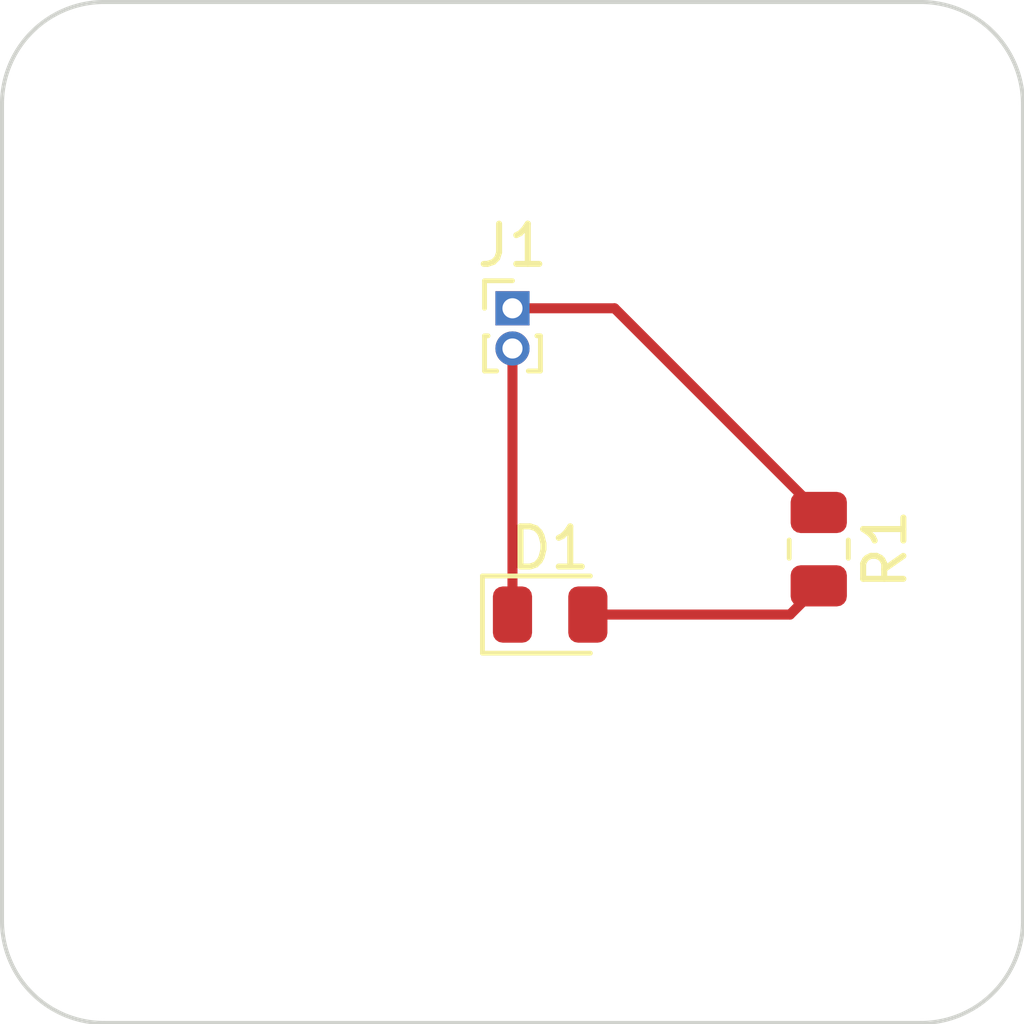
<source format=kicad_pcb>
(kicad_pcb (version 20211014) (generator pcbnew)
  (layers (0 "F.Cu" signal) (31 "B.Cu" signal) (34 "B.Paste" user) (35 "F.Paste" user) (36 "B.SilkS" user "B.Silkscreen") (37 "F.SilkS" user "F.Silkscreen") (38 "B.Mask" user) (39 "F.Mask" user) (44 "Edge.Cuts" user))
  (net 0 "")
  (net 1 "Net-(D1-Pad1)")
  (net 2 "Net-(D1-Pad2)")
  (net 3 "Net-(J1-Pad1)")
  (footprint "Resistor_SMD:R_0805_2012Metric" (layer "F.Cu") (at 121.92 89.8125 -90)
    (fp_text reference "R1" (at 0 -1.65 90) (layer "F.SilkS"))
    (fp_text value "R_Small_US")
    (fp_line (start -0.227064 -0.735) (end 0.227064 -0.735) (layer "F.SilkS") (width 0.12))
    (fp_line (start -0.227064 0.735) (end 0.227064 0.735) (layer "F.SilkS") (width 0.12))
    (pad "1" smd roundrect (at -0.9125 0 270) (size 1.025 1.4) (layers "F.Cu" "F.Paste" "F.Mask") (roundrect_rratio 0.243902) (net 3 "Net-(J1-Pad1)"))
    (pad "2" smd roundrect (at 0.9125 0 270) (size 1.025 1.4) (layers "F.Cu" "F.Paste" "F.Mask") (roundrect_rratio 0.243902) (net 2 "Net-(D1-Pad2)"))
  )
  (footprint "LED_SMD:LED_0805_2012Metric" (layer "F.Cu") (at 115.2375 91.44)
    (fp_text reference "D1" (at 0 -1.65) (layer "F.SilkS"))
    (fp_text value "LED")
    (fp_line (start -1.685 0.96) (end 1 0.96) (layer "F.SilkS") (width 0.12))
    (fp_line (start 1 -0.96) (end -1.685 -0.96) (layer "F.SilkS") (width 0.12))
    (fp_line (start -1.685 -0.96) (end -1.685 0.96) (layer "F.SilkS") (width 0.12))
    (pad "1" smd roundrect (at -0.9375 0) (size 0.975 1.4) (layers "F.Cu" "F.Paste" "F.Mask") (net 1 "Net-(D1-Pad1)"))
    (pad "2" smd roundrect (at 0.9375 0) (size 0.975 1.4) (layers "F.Cu" "F.Paste" "F.Mask") (net 2 "Net-(D1-Pad2)"))
  )
  (footprint "Connector_PinHeader_1.00mm:PinHeader_1x02_P1.00mm_Vertical" (layer "F.Cu") (at 114.3 83.82)
    (fp_text reference "J1" (at 0 -1.56) (layer "F.SilkS"))
    (fp_text value "Conn_01x02_Male")
    (fp_line (start -0.695 0.685) (end -0.608276 0.685) (layer "F.SilkS") (width 0.12))
    (fp_line (start -0.695 -0.685) (end 0 -0.685) (layer "F.SilkS") (width 0.12))
    (fp_line (start 0.608276 0.685) (end 0.695 0.685) (layer "F.SilkS") (width 0.12))
    (fp_line (start 0.695 0.685) (end 0.695 1.56) (layer "F.SilkS") (width 0.12))
    (fp_line (start -0.695 1.56) (end -0.394493 1.56) (layer "F.SilkS") (width 0.12))
    (fp_line (start 0.394493 1.56) (end 0.695 1.56) (layer "F.SilkS") (width 0.12))
    (fp_line (start -0.695 0.685) (end -0.695 1.56) (layer "F.SilkS") (width 0.12))
    (fp_line (start -0.695 0) (end -0.695 -0.685) (layer "F.SilkS") (width 0.12))
    (pad "1" thru_hole rect (at 0 0) (size 0.85 0.85) (drill 0.5) (layers *.Cu *.Mask) (net 3 "Net-(J1-Pad1)"))
    (pad "2" thru_hole oval (at 0 1) (size 0.85 0.85) (drill 0.5) (layers *.Cu *.Mask) (net 1 "Net-(D1-Pad1)"))
  )
  (gr_line (start 124.46 101.6) (end 104.14 101.6) (layer "Edge.Cuts") (width 0.1))
  (gr_arc (start 124.46 76.2) (mid 126.256051 76.943949) (end 127 78.74) (layer "Edge.Cuts") (width 0.1))
  (gr_line (start 101.6 99.06) (end 101.6 78.74) (layer "Edge.Cuts") (width 0.1))
  (gr_arc (start 101.6 78.74) (mid 102.343949 76.943949) (end 104.14 76.2) (layer "Edge.Cuts") (width 0.1))
  (gr_arc (start 104.14 101.6) (mid 102.343949 100.856051) (end 101.6 99.06) (layer "Edge.Cuts") (width 0.1))
  (gr_line (start 104.14 76.2) (end 124.46 76.2) (layer "Edge.Cuts") (width 0.1))
  (gr_line (start 127 78.74) (end 127 99.06) (layer "Edge.Cuts") (width 0.1))
  (gr_arc (start 127 99.06) (mid 126.256051 100.856051) (end 124.46 101.6) (layer "Edge.Cuts") (width 0.1))
  (segment (start 114.3 91.44) (end 114.3 84.82) (width 0.25) (layer "F.Cu") (net 1))
  (segment (start 121.205 91.44) (end 116.175 91.44) (width 0.25) (layer "F.Cu") (net 2))
  (segment (start 121.92 90.725) (end 121.205 91.44) (width 0.25) (layer "F.Cu") (net 2))
  (segment (start 116.84 83.82) (end 121.92 88.9) (width 0.25) (layer "F.Cu") (net 3))
  (segment (start 114.3 83.82) (end 116.84 83.82) (width 0.25) (layer "F.Cu") (net 3))
)
</source>
